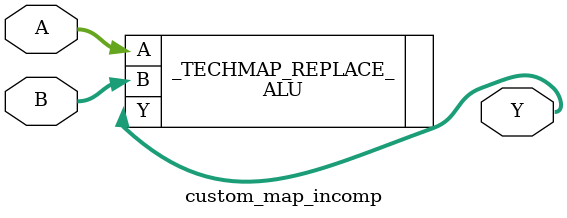
<source format=sv>
module custom_map_incomp(input [7:0] A, B, output [7:0] Y);
	ALU #(.MODE("AND")) _TECHMAP_REPLACE_ (.A(A), .B(B), .Y(Y));
endmodule

</source>
